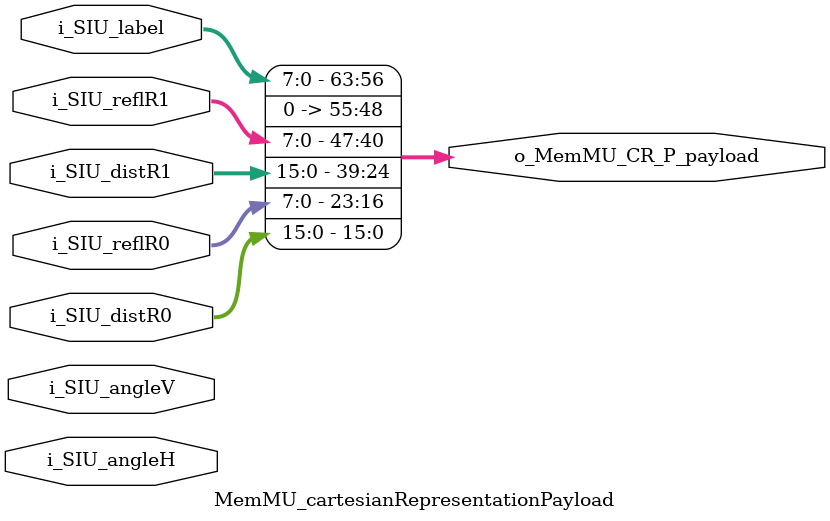
<source format=v>
/*
 * Copyright 2025 ALFA Project. All rights reserved.
 *
 * Licensed under the Apache License, Version 2.0 (the "License");
 * you may not use this file except in compliance with the License.
 * You may obtain a copy of the License at
 *
 *     http://www.apache.org/licenses/LICENSE-2.0
 *
 * Unless required by applicable law or agreed to in writing, software
 * distributed under the License is distributed on an "AS IS" BASIS,
 * WITHOUT WARRANTIES OR CONDITIONS OF ANY KIND, either express or implied.
 * See the License for the specific language governing permissions and
 * limitations under the License.
 */

`timescale 1ns / 1ps

/* Module: MemMU_CR_P
    The MemMU Cartesian Representation Payload Module::

    The MemMU Cartesian Representation Payload module is *TODO*
*/
module MemMU_cartesianRepresentationPayload #(

    /* Parameters integer: Representation

        TODO - TODO. 
    */
    parameter integer RESOLUTION_X = 10,
    parameter integer RESOLUTION_Y = 10,
    parameter integer RESOLUTION_Z = 10
) (

    /* Input: Input ports
    
        <MemMU::corretion> - Representation correction value.
        <SIU::distR0> - First return distance value.
        <SIU::distR1> - Second return distance value.
        <SIU::reflR0> - First return intensity/reflection value.
        <SIU::reflR1> - Second return intensity/reflection value.
        <SIU::label>  - Point label.
    */
    input [15:0] i_SIU_angleH,
    input [15:0] i_SIU_angleV,
    input [15:0] i_SIU_distR0,
    input [15:0] i_SIU_distR1,
    input [ 7:0] i_SIU_reflR0,
    input [ 7:0] i_SIU_reflR1,
    input [ 7:0] i_SIU_label,

    /* Output: Output ports

        payload - 64 bits output. Outputs the point clouds payload in the basic struture.
    */
    output [63:0] o_MemMU_CR_P_payload
);

  /* Assigns: Main Combinational block

        *assign* o_MemMU_CR_P_payload:::

        - For the first 16 bits - <SIU::distR0>.
        - For the next 8 bits - <SIU::reflR0>.
        - For the next 16 bits - <SIU::distR1>.
        - For the next 8 bits - <SIU::reflR1>.
        - For the next 8 bits - <MemMU::correction>.
        - For the remaining bits - <SIU::label>.
    */
  assign o_MemMU_CR_P_payload[15:0]  = i_SIU_distR0;
  assign o_MemMU_CR_P_payload[23:16] = i_SIU_reflR0;
  assign o_MemMU_CR_P_payload[39:24] = i_SIU_distR1;
  assign o_MemMU_CR_P_payload[47:40] = i_SIU_reflR1;
  assign o_MemMU_CR_P_payload[55:48] = 0;
  assign o_MemMU_CR_P_payload[63:56] = i_SIU_label;

endmodule

</source>
